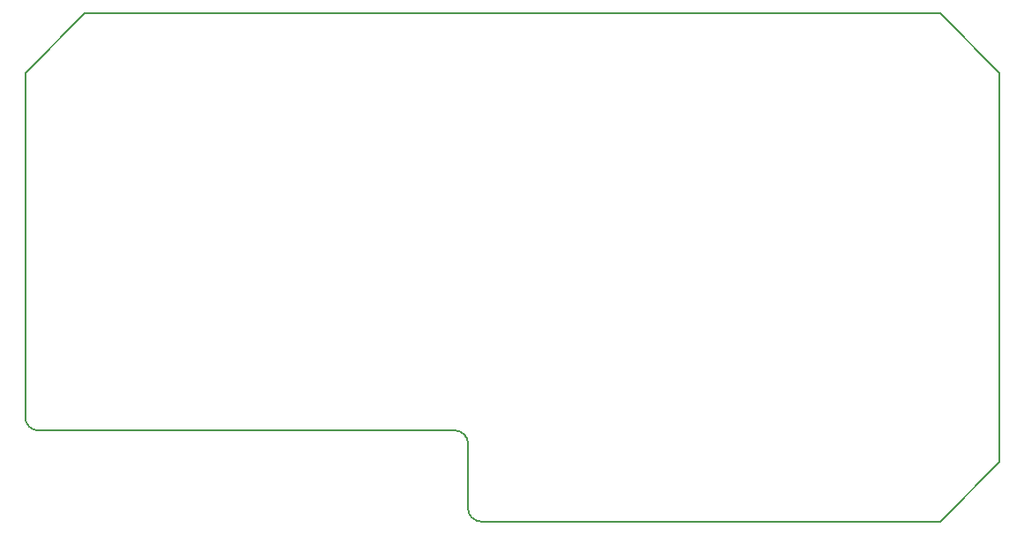
<source format=gko>
G04 (created by PCBNEW (2013-03-19 BZR 4004)-stable) date 7/29/2015 1:15:23 PM*
%MOIN*%
G04 Gerber Fmt 3.4, Leading zero omitted, Abs format*
%FSLAX34Y34*%
G01*
G70*
G90*
G04 APERTURE LIST*
%ADD10C,0.007*%
%ADD11C,0.00590551*%
G04 APERTURE END LIST*
G54D10*
G54D11*
X2250Y0D02*
X0Y-2250D01*
X0Y-15300D02*
G75*
G03X500Y-15800I500J0D01*
G74*
G01*
X16750Y-16300D02*
G75*
G03X16250Y-15800I-500J0D01*
G74*
G01*
X16750Y-18750D02*
G75*
G03X17250Y-19250I500J0D01*
G74*
G01*
X36850Y-2250D02*
X34600Y0D01*
X34600Y-19250D02*
X36850Y-17000D01*
X16750Y-16300D02*
X16750Y-18750D01*
X500Y-15800D02*
X16250Y-15800D01*
X0Y-2250D02*
X0Y-15300D01*
X34600Y0D02*
X2250Y0D01*
X36850Y-17000D02*
X36850Y-2250D01*
X17250Y-19250D02*
X34600Y-19250D01*
M02*

</source>
